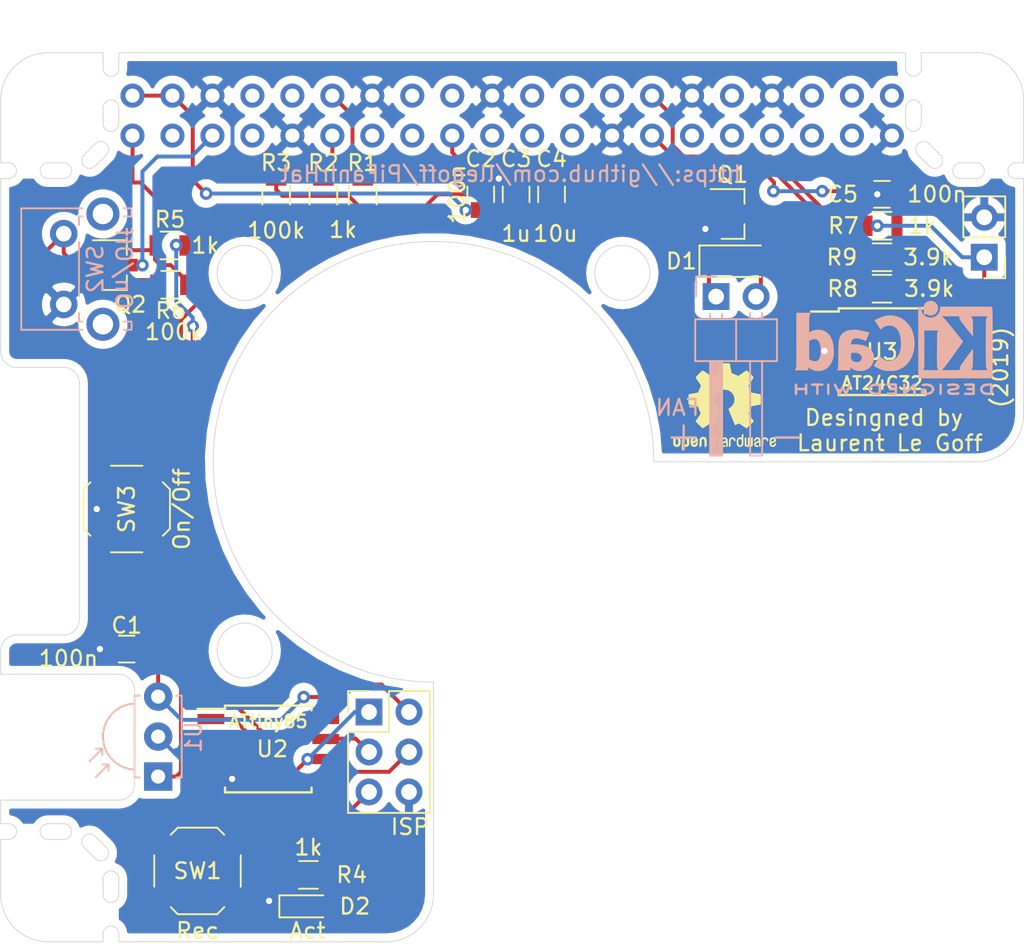
<source format=kicad_pcb>
(kicad_pcb (version 20171130) (host pcbnew "(5.1.2)-2")
  (layers (0 F.Cu signal) (31 B.Cu signal) (34 B.Paste user) (35 F.Paste user) (36 B.SilkS user) (37 F.SilkS user) (38 B.Mask user) (39 F.Mask user) (44 Edge.Cuts user))
  (net 0 "")
  (net 1 GND)
  (net 2 +3V3)
  (net 3 +5V)
  (net 4 "Net-(D1-Pad2)")
  (net 5 /GPIO18)
  (net 6 /GPIO17)
  (net 7 /RXD)
  (net 8 /TXD)
  (net 9 /GPIO4)
  (net 10 /SCL)
  (net 11 /SDA)
  (net 12 "Net-(Q1-Pad1)")
  (net 13 "Net-(Q2-Pad1)")
  (net 14 "Net-(U2-Pad3)")
  (net 15 "Net-(D2-Pad2)")
  (net 16 "Net-(J1-Pad13)")
  (net 17 "Net-(J1-Pad15)")
  (net 18 "Net-(J1-Pad16)")
  (net 19 "Net-(J1-Pad18)")
  (net 20 "Net-(J1-Pad19)")
  (net 21 "Net-(J1-Pad21)")
  (net 22 "Net-(J1-Pad22)")
  (net 23 "Net-(J1-Pad23)")
  (net 24 "Net-(J1-Pad24)")
  (net 25 "Net-(J1-Pad26)")
  (net 26 "Net-(J1-Pad29)")
  (net 27 "Net-(J1-Pad31)")
  (net 28 "Net-(J1-Pad32)")
  (net 29 "Net-(J1-Pad33)")
  (net 30 "Net-(J1-Pad35)")
  (net 31 "Net-(J1-Pad36)")
  (net 32 "Net-(J1-Pad37)")
  (net 33 "Net-(J1-Pad38)")
  (net 34 "Net-(J1-Pad40)")
  (net 35 /MISO)
  (net 36 /SCK)
  (net 37 /MOSI)
  (net 38 /RST)
  (net 39 /IR)
  (net 40 /IDSD)
  (net 41 /IDSC)
  (net 42 "Net-(JP1-Pad1)")
  (module Symbols:KiCad-Logo2_6mm_SilkScreen (layer B.Cu) (at 180.75 84.75 180)
    (fp_text reference REF*** hide)
    (fp_text value KiCad-Logo2_6mm_SilkScreen hide)
  )
  (module Symbols:OSHW-Logo2_7.3x6mm_SilkScreen (layer F.Cu) (at 170 88.5)
    (fp_text reference REF*** hide)
    (fp_text value OSHW-Logo2_7.3x6mm_SilkScreen hide)
  )
  (module Housings_SOIC:SOIJ-8_5.3x5.3mm_Pitch1.27mm (layer F.Cu) (at 180 85)
    (fp_text reference U3 (at 0 0 unlocked) (layer F.SilkS))
    (fp_text value AT24C32 (at 0 2 unlocked) (layer F.SilkS) (effects (font (size 0.8 0.8))))
    (pad 1 smd rect (at -3.65 -1.905) (size 1.7 0.65) (layers F.Cu F.Paste F.Mask) (net 1 GND))
    (pad 2 smd rect (at -3.65 -0.635) (size 1.7 0.65) (layers F.Cu F.Paste F.Mask) (net 1 GND))
    (pad 3 smd rect (at -3.65 0.635) (size 1.7 0.65) (layers F.Cu F.Paste F.Mask) (net 1 GND))
    (pad 4 smd rect (at -3.65 1.905) (size 1.7 0.65) (layers F.Cu F.Paste F.Mask) (net 1 GND))
    (pad 5 smd rect (at 3.65 1.905) (size 1.7 0.65) (layers F.Cu F.Paste F.Mask) (net 40 /IDSD))
    (pad 6 smd rect (at 3.65 0.635) (size 1.7 0.65) (layers F.Cu F.Paste F.Mask) (net 41 /IDSC))
    (pad 7 smd rect (at 3.65 -0.635) (size 1.7 0.65) (layers F.Cu F.Paste F.Mask) (net 42 "Net-(JP1-Pad1)"))
    (pad 8 smd rect (at 3.65 -1.905) (size 1.7 0.65) (layers F.Cu F.Paste F.Mask) (net 2 +3V3))
  )
  (module Resistors_SMD:R_0805 (layer F.Cu) (at 180 79)
    (fp_text reference R9 (at -2.55 0 unlocked) (layer F.SilkS))
    (fp_text value 3.9k (at 2.95 0 unlocked) (layer F.SilkS))
    (pad 1 smd rect (at -0.95 0) (size 0.7 1.3) (layers F.Cu F.Paste F.Mask) (net 41 /IDSC))
    (pad 2 smd rect (at 0.95 0) (size 0.7 1.3) (layers F.Cu F.Paste F.Mask) (net 2 +3V3))
  )
  (module Resistors_SMD:R_0805 (layer F.Cu) (at 180 81)
    (fp_text reference R8 (at -2.5 0 unlocked) (layer F.SilkS))
    (fp_text value 3.9k (at 3 0 unlocked) (layer F.SilkS))
    (pad 1 smd rect (at -0.95 0) (size 0.7 1.3) (layers F.Cu F.Paste F.Mask) (net 40 /IDSD))
    (pad 2 smd rect (at 0.95 0) (size 0.7 1.3) (layers F.Cu F.Paste F.Mask) (net 2 +3V3))
  )
  (module Resistors_SMD:R_0805 (layer F.Cu) (at 180 77)
    (fp_text reference R7 (at -2.45 0 unlocked) (layer F.SilkS))
    (fp_text value 1k (at 2.55 0 unlocked) (layer F.SilkS))
    (pad 1 smd rect (at -0.95 0) (size 0.7 1.3) (layers F.Cu F.Paste F.Mask) (net 42 "Net-(JP1-Pad1)"))
    (pad 2 smd rect (at 0.95 0) (size 0.7 1.3) (layers F.Cu F.Paste F.Mask) (net 2 +3V3))
  )
  (module Pin_Headers:Pin_Header_Straight_1x02_Pitch2.54mm (layer F.Cu) (at 186.5 79 180)
    (fp_text reference JP1 hide)
    (fp_text value Jumper_NO_Small hide)
    (pad 1 thru_hole rect (at 0 0 180) (size 1.7 1.7) (drill 1) (layers *.Cu *.Mask) (net 42 "Net-(JP1-Pad1)"))
    (pad 2 thru_hole oval (at 0 2.54 180) (size 1.7 1.7) (drill 1) (layers *.Cu *.Mask) (net 1 GND))
  )
  (module Capacitors_SMD:C_0805 (layer F.Cu) (at 180 75 180)
    (fp_text reference C5 (at 2.5 0 unlocked) (layer F.SilkS))
    (fp_text value 100n (at -3.5 0 unlocked) (layer F.SilkS))
    (pad 1 smd rect (at -1 0 180) (size 1 1.25) (layers F.Cu F.Paste F.Mask) (net 2 +3V3))
    (pad 2 smd rect (at 1 0 180) (size 1 1.25) (layers F.Cu F.Paste F.Mask) (net 1 GND))
  )
  (module Pin_Headers:Pin_Header_Straight_2x03_Pitch2.54mm (layer F.Cu) (at 147.4 107.9)
    (fp_text reference J3)
    (fp_text value ISP)
    (pad 1 thru_hole rect (at 0 0) (size 1.7 1.7) (drill 1) (layers *.Cu *.Mask) (net 35 /MISO))
    (pad 2 thru_hole oval (at 2.54 0) (size 1.7 1.7) (drill 1) (layers *.Cu *.Mask) (net 2 +3V3))
    (pad 3 thru_hole oval (at 0 2.54) (size 1.7 1.7) (drill 1) (layers *.Cu *.Mask) (net 36 /SCK))
    (pad 4 thru_hole oval (at 2.54 2.54) (size 1.7 1.7) (drill 1) (layers *.Cu *.Mask) (net 37 /MOSI))
    (pad 5 thru_hole oval (at 0 5.08) (size 1.7 1.7) (drill 1) (layers *.Cu *.Mask) (net 38 /RST))
    (pad 6 thru_hole oval (at 2.54 5.08) (size 1.7 1.7) (drill 1) (layers *.Cu *.Mask) (net 1 GND))
  )
  (module _LaurentPerso:RaspberryPiHAT (layer F.Cu) (at 156.5 70)
    (fp_text reference J1)
    (fp_text value "Raspberry Pi")
    (pad "" np_thru_hole circle (at -29 0) (size 2.75 2.75) (drill 2.75) (layers *.Cu *.Mask))
    (pad "" np_thru_hole circle (at 29 0) (size 2.75 2.75) (drill 2.75) (layers *.Cu *.Mask))
    (pad "" np_thru_hole circle (at -29 49) (size 2.75 2.75) (drill 2.75) (layers *.Cu *.Mask))
    (pad 1 thru_hole circle (at -24.13 1.27) (size 1.524 1.524) (drill 0.9) (layers *.Cu *.Mask) (net 2 +3V3))
    (pad 2 thru_hole circle (at -24.13 -1.27) (size 1.524 1.524) (drill 0.9) (layers *.Cu *.Mask) (net 3 +5V))
    (pad 3 thru_hole circle (at -21.59 1.27) (size 1.524 1.524) (drill 0.9) (layers *.Cu *.Mask) (net 11 /SDA))
    (pad 4 thru_hole circle (at -21.59 -1.27) (size 1.524 1.524) (drill 0.9) (layers *.Cu *.Mask) (net 3 +5V))
    (pad 5 thru_hole circle (at -19.05 1.27) (size 1.524 1.524) (drill 0.9) (layers *.Cu *.Mask) (net 10 /SCL))
    (pad 6 thru_hole circle (at -19.05 -1.27) (size 1.524 1.524) (drill 0.9) (layers *.Cu *.Mask) (net 1 GND))
    (pad 7 thru_hole circle (at -16.51 1.27) (size 1.524 1.524) (drill 0.9) (layers *.Cu *.Mask) (net 9 /GPIO4))
    (pad 8 thru_hole circle (at -16.51 -1.27) (size 1.524 1.524) (drill 0.9) (layers *.Cu *.Mask) (net 8 /TXD))
    (pad 9 thru_hole circle (at -13.97 1.27) (size 1.524 1.524) (drill 0.9) (layers *.Cu *.Mask) (net 1 GND))
    (pad 10 thru_hole circle (at -13.97 -1.27) (size 1.524 1.524) (drill 0.9) (layers *.Cu *.Mask) (net 7 /RXD))
    (pad 11 thru_hole circle (at -11.43 1.27) (size 1.524 1.524) (drill 0.9) (layers *.Cu *.Mask) (net 6 /GPIO17))
    (pad 12 thru_hole circle (at -11.43 -1.27) (size 1.524 1.524) (drill 0.9) (layers *.Cu *.Mask) (net 5 /GPIO18))
    (pad 13 thru_hole circle (at -8.89 1.27) (size 1.524 1.524) (drill 0.9) (layers *.Cu *.Mask) (net 16 "Net-(J1-Pad13)"))
    (pad 14 thru_hole circle (at -8.89 -1.27) (size 1.524 1.524) (drill 0.9) (layers *.Cu *.Mask) (net 1 GND))
    (pad 15 thru_hole circle (at -6.35 1.27) (size 1.524 1.524) (drill 0.9) (layers *.Cu *.Mask) (net 17 "Net-(J1-Pad15)"))
    (pad 16 thru_hole circle (at -6.35 -1.27) (size 1.524 1.524) (drill 0.9) (layers *.Cu *.Mask) (net 18 "Net-(J1-Pad16)"))
    (pad 17 thru_hole circle (at -3.81 1.27) (size 1.524 1.524) (drill 0.9) (layers *.Cu *.Mask) (net 2 +3V3))
    (pad 18 thru_hole circle (at -3.81 -1.27) (size 1.524 1.524) (drill 0.9) (layers *.Cu *.Mask) (net 19 "Net-(J1-Pad18)"))
    (pad 19 thru_hole circle (at -1.27 1.27) (size 1.524 1.524) (drill 0.9) (layers *.Cu *.Mask) (net 20 "Net-(J1-Pad19)"))
    (pad 20 thru_hole circle (at -1.27 -1.27) (size 1.524 1.524) (drill 0.9) (layers *.Cu *.Mask) (net 1 GND))
    (pad 21 thru_hole circle (at 1.27 1.27) (size 1.524 1.524) (drill 0.9) (layers *.Cu *.Mask) (net 21 "Net-(J1-Pad21)"))
    (pad 22 thru_hole circle (at 1.27 -1.27) (size 1.524 1.524) (drill 0.9) (layers *.Cu *.Mask) (net 22 "Net-(J1-Pad22)"))
    (pad 23 thru_hole circle (at 3.81 1.27) (size 1.524 1.524) (drill 0.9) (layers *.Cu *.Mask) (net 23 "Net-(J1-Pad23)"))
    (pad 24 thru_hole circle (at 3.81 -1.27) (size 1.524 1.524) (drill 0.9) (layers *.Cu *.Mask) (net 24 "Net-(J1-Pad24)"))
    (pad 25 thru_hole circle (at 6.35 1.27) (size 1.524 1.524) (drill 0.9) (layers *.Cu *.Mask) (net 1 GND))
    (pad 26 thru_hole circle (at 6.35 -1.27) (size 1.524 1.524) (drill 0.9) (layers *.Cu *.Mask) (net 25 "Net-(J1-Pad26)"))
    (pad 27 thru_hole circle (at 8.89 1.27) (size 1.524 1.524) (drill 0.9) (layers *.Cu *.Mask) (net 40 /IDSD))
    (pad 28 thru_hole circle (at 8.89 -1.27) (size 1.524 1.524) (drill 0.9) (layers *.Cu *.Mask) (net 41 /IDSC))
    (pad 29 thru_hole circle (at 11.43 1.27) (size 1.524 1.524) (drill 0.9) (layers *.Cu *.Mask) (net 26 "Net-(J1-Pad29)"))
    (pad 30 thru_hole circle (at 11.43 -1.27) (size 1.524 1.524) (drill 0.9) (layers *.Cu *.Mask) (net 1 GND))
    (pad 31 thru_hole circle (at 13.97 1.27) (size 1.524 1.524) (drill 0.9) (layers *.Cu *.Mask) (net 27 "Net-(J1-Pad31)"))
    (pad 32 thru_hole circle (at 13.97 -1.27) (size 1.524 1.524) (drill 0.9) (layers *.Cu *.Mask) (net 28 "Net-(J1-Pad32)"))
    (pad 33 thru_hole circle (at 16.51 1.27) (size 1.524 1.524) (drill 0.9) (layers *.Cu *.Mask) (net 29 "Net-(J1-Pad33)"))
    (pad 34 thru_hole circle (at 16.51 -1.27) (size 1.524 1.524) (drill 0.9) (layers *.Cu *.Mask) (net 1 GND))
    (pad 35 thru_hole circle (at 19.05 1.27) (size 1.524 1.524) (drill 0.9) (layers *.Cu *.Mask) (net 30 "Net-(J1-Pad35)"))
    (pad 36 thru_hole circle (at 19.05 -1.27) (size 1.524 1.524) (drill 0.9) (layers *.Cu *.Mask) (net 31 "Net-(J1-Pad36)"))
    (pad 37 thru_hole circle (at 21.59 1.27) (size 1.524 1.524) (drill 0.9) (layers *.Cu *.Mask) (net 32 "Net-(J1-Pad37)"))
    (pad 38 thru_hole circle (at 21.59 -1.27) (size 1.524 1.524) (drill 0.9) (layers *.Cu *.Mask) (net 33 "Net-(J1-Pad38)"))
    (pad 39 thru_hole circle (at 24.13 1.27) (size 1.524 1.524) (drill 0.9) (layers *.Cu *.Mask) (net 1 GND))
    (pad 40 thru_hole circle (at 24.13 -1.27) (size 1.524 1.524) (drill 0.9) (layers *.Cu *.Mask) (net 34 "Net-(J1-Pad40)"))
  )
  (module Capacitors_SMD:C_0805 (layer F.Cu) (at 132 103.9 180)
    (fp_text reference C1 (at 0 1.5 unlocked) (layer F.SilkS))
    (fp_text value 100n (at 3.7 -0.6 unlocked) (layer F.SilkS))
    (pad 1 smd rect (at -1 0 180) (size 1 1.25) (layers F.Cu F.Paste F.Mask) (net 2 +3V3))
    (pad 2 smd rect (at 1 0 180) (size 1 1.25) (layers F.Cu F.Paste F.Mask) (net 1 GND))
  )
  (module Capacitors_SMD:C_0805 (layer F.Cu) (at 154.5 75 90)
    (fp_text reference C2 (at 2.25 0 unlocked) (layer F.SilkS))
    (fp_text value 100n (at 0 -1.5 90 unlocked) (layer F.SilkS))
    (pad 2 smd rect (at 1 0 90) (size 1 1.25) (layers F.Cu F.Paste F.Mask) (net 1 GND))
    (pad 1 smd rect (at -1 0 90) (size 1 1.25) (layers F.Cu F.Paste F.Mask) (net 3 +5V))
  )
  (module Capacitors_SMD:C_0805 (layer F.Cu) (at 156.75 75 90)
    (fp_text reference C3 (at 2.25 0 unlocked) (layer F.SilkS))
    (fp_text value 1u (at -2.5 0 unlocked) (layer F.SilkS))
    (pad 1 smd rect (at -1 0 90) (size 1 1.25) (layers F.Cu F.Paste F.Mask) (net 3 +5V))
    (pad 2 smd rect (at 1 0 90) (size 1 1.25) (layers F.Cu F.Paste F.Mask) (net 1 GND))
  )
  (module Capacitors_SMD:C_0805 (layer F.Cu) (at 159 75 90)
    (fp_text reference C4 (at 2.25 0 unlocked) (layer F.SilkS))
    (fp_text value 10u (at -2.5 0.25 unlocked) (layer F.SilkS))
    (pad 2 smd rect (at 1 0 90) (size 1 1.25) (layers F.Cu F.Paste F.Mask) (net 1 GND))
    (pad 1 smd rect (at -1 0 90) (size 1 1.25) (layers F.Cu F.Paste F.Mask) (net 3 +5V))
  )
  (module Diodes_SMD:D_SOD-123 (layer F.Cu) (at 170.65 79.25)
    (fp_text reference D1 (at -3.4 0 unlocked) (layer F.SilkS))
    (fp_text value 1N4148)
    (pad 2 smd rect (at 1.65 0) (size 0.9 1.2) (layers F.Cu F.Paste F.Mask) (net 4 "Net-(D1-Pad2)"))
    (pad 1 smd rect (at -1.65 0) (size 0.9 1.2) (layers F.Cu F.Paste F.Mask) (net 3 +5V))
  )
  (module LEDs:LED_0805 (layer F.Cu) (at 143.5 120.25)
    (fp_text reference D2 (at 3 0) (layer F.SilkS))
    (fp_text value Act)
    (pad 1 smd rect (at -1.1 0 180) (size 1.2 1.2) (layers F.Cu F.Paste F.Mask) (net 1 GND))
    (pad 2 smd rect (at 1.1 0 180) (size 1.2 1.2) (layers F.Cu F.Paste F.Mask) (net 15 "Net-(D2-Pad2)"))
  )
  (module Pin_Headers:Pin_Header_Angled_1x02_Pitch2.54mm (layer B.Cu) (at 169.46 81.5 270)
    (fp_text reference J2 hide)
    (fp_text value Fan)
    (pad 2 thru_hole oval (at 0 -2.54 270) (size 1.7 1.7) (drill 1) (layers *.Cu *.Mask) (net 4 "Net-(D1-Pad2)"))
    (pad 1 thru_hole rect (at 0 0 270) (size 1.7 1.7) (drill 1) (layers *.Cu *.Mask) (net 3 +5V))
  )
  (module TO_SOT_Packages_SMD:SOT-23 (layer F.Cu) (at 170.5 76.25)
    (fp_text reference Q1 (at 0 -2.5 unlocked) (layer F.SilkS))
    (fp_text value BSS138 hide)
    (pad 3 smd rect (at 1 0) (size 0.9 0.8) (layers F.Cu F.Paste F.Mask) (net 4 "Net-(D1-Pad2)"))
    (pad 2 smd rect (at -1 0.95) (size 0.9 0.8) (layers F.Cu F.Paste F.Mask) (net 1 GND))
    (pad 1 smd rect (at -1 -0.95) (size 0.9 0.8) (layers F.Cu F.Paste F.Mask) (net 12 "Net-(Q1-Pad1)"))
  )
  (module TO_SOT_Packages_SMD:SOT-23 (layer F.Cu) (at 131.25 79.5)
    (fp_text reference Q2 (at 1 2.5 unlocked) (layer F.SilkS))
    (fp_text value BSS138 hide)
    (pad 1 smd rect (at -1 -0.95) (size 0.9 0.8) (layers F.Cu F.Paste F.Mask) (net 13 "Net-(Q2-Pad1)"))
    (pad 2 smd rect (at -1 0.95) (size 0.9 0.8) (layers F.Cu F.Paste F.Mask) (net 1 GND))
    (pad 3 smd rect (at 1 0) (size 0.9 0.8) (layers F.Cu F.Paste F.Mask) (net 10 /SCL))
  )
  (module Resistors_SMD:R_0805 (layer F.Cu) (at 147 75.05 90)
    (fp_text reference R1 (at 2.05 0 unlocked) (layer F.SilkS))
    (fp_text value 1k)
    (pad 2 smd rect (at 0.95 0 90) (size 0.7 1.3) (layers F.Cu F.Paste F.Mask) (net 5 /GPIO18))
    (pad 1 smd rect (at -0.95 0 90) (size 0.7 1.3) (layers F.Cu F.Paste F.Mask) (net 12 "Net-(Q1-Pad1)"))
  )
  (module Resistors_SMD:R_0805 (layer F.Cu) (at 141.5 75.05 90)
    (fp_text reference R3 (at 2.05 0 unlocked) (layer F.SilkS))
    (fp_text value 100k (at -2.25 0 unlocked) (layer F.SilkS))
    (pad 1 smd rect (at -0.95 0 90) (size 0.7 1.3) (layers F.Cu F.Paste F.Mask) (net 2 +3V3))
    (pad 2 smd rect (at 0.95 0 90) (size 0.7 1.3) (layers F.Cu F.Paste F.Mask) (net 12 "Net-(Q1-Pad1)"))
  )
  (module Resistors_SMD:R_0805 (layer F.Cu) (at 134.8 80.75 180)
    (fp_text reference R6 (at 0 -1.65 unlocked) (layer F.SilkS))
    (fp_text value 100k (at -0.2 -3 unlocked) (layer F.SilkS))
    (pad 2 smd rect (at 0.95 0 180) (size 0.7 1.3) (layers F.Cu F.Paste F.Mask) (net 1 GND))
    (pad 1 smd rect (at -0.95 0 180) (size 0.7 1.3) (layers F.Cu F.Paste F.Mask) (net 13 "Net-(Q2-Pad1)"))
  )
  (module Resistors_SMD:R_0805 (layer F.Cu) (at 143.55 118.25 180)
    (fp_text reference R4 (at -2.75 0 unlocked) (layer F.SilkS))
    (fp_text value 1k (at 0 1.75 unlocked) (layer F.SilkS))
    (pad 2 smd rect (at 0.95 0 180) (size 0.7 1.3) (layers F.Cu F.Paste F.Mask) (net 37 /MOSI))
    (pad 1 smd rect (at -0.95 0 180) (size 0.7 1.3) (layers F.Cu F.Paste F.Mask) (net 15 "Net-(D2-Pad2)"))
  )
  (module Resistors_SMD:R_0805 (layer F.Cu) (at 134.75 78.25)
    (fp_text reference R5 (at 0 -1.65 unlocked) (layer F.SilkS))
    (fp_text value 1k (at 2.25 0 unlocked) (layer F.SilkS))
    (pad 1 smd rect (at -0.95 0) (size 0.7 1.3) (layers F.Cu F.Paste F.Mask) (net 13 "Net-(Q2-Pad1)"))
    (pad 2 smd rect (at 0.95 0) (size 0.7 1.3) (layers F.Cu F.Paste F.Mask) (net 36 /SCK))
  )
  (module Buttons_Switches_THT:SW_Tactile_SPST_Angled_PTS645Vx31-2LFS (layer B.Cu) (at 128 77.5 270)
    (fp_text reference SW2 (at 2.25 -2 90 unlocked) (layer B.SilkS) (effects (justify mirror)))
    (fp_text value On/Off (at 2.2 -3.8 270 unlocked) (layer B.SilkS) (effects (justify mirror)))
    (pad "" thru_hole circle (at -1.25 -2.49 270) (size 2.1 2.1) (drill 1.3) (layers *.Cu *.Mask))
    (pad 1 thru_hole circle (at 0 0 270) (size 1.75 1.75) (drill 0.99) (layers *.Cu *.Mask) (net 10 /SCL))
    (pad 2 thru_hole circle (at 4.5 0 270) (size 1.75 1.75) (drill 0.99) (layers *.Cu *.Mask) (net 1 GND))
    (pad "" thru_hole circle (at 5.76 -2.49 270) (size 2.1 2.1) (drill 1.3) (layers *.Cu *.Mask))
  )
  (module Opto-Devices:IRReceiver_Vishay_MINICAST-3pin (layer B.Cu) (at 134 112 90)
    (fp_text reference U1 (at 2.5 2.25 90 unlocked) (layer B.SilkS) (effects (justify mirror)))
    (fp_text value TSOP581xx)
    (pad 3 thru_hole circle (at 5.08 0 90) (size 1.8 1.8) (drill 0.9) (layers *.Cu *.Mask) (net 2 +3V3))
    (pad 2 thru_hole circle (at 2.54 0 90) (size 1.8 1.8) (drill 0.9) (layers *.Cu *.Mask) (net 1 GND))
    (pad 1 thru_hole rect (at 0 0 90) (size 1.8 1.8) (drill 0.9) (layers *.Cu *.Mask) (net 39 /IR))
  )
  (module Housings_SOIC:SOIJ-8_5.3x5.3mm_Pitch1.27mm (layer F.Cu) (at 141 110.25)
    (fp_text reference U2 (at 0.25 0 unlocked) (layer F.SilkS))
    (fp_text value ATtiny85 (at 0 -1.75 unlocked) (layer F.SilkS) (effects (font (size 0.8 0.8))))
    (pad 8 smd rect (at 3.65 -1.905) (size 1.7 0.65) (layers F.Cu F.Paste F.Mask) (net 2 +3V3))
    (pad 7 smd rect (at 3.65 -0.635) (size 1.7 0.65) (layers F.Cu F.Paste F.Mask) (net 36 /SCK))
    (pad 6 smd rect (at 3.65 0.635) (size 1.7 0.65) (layers F.Cu F.Paste F.Mask) (net 35 /MISO))
    (pad 5 smd rect (at 3.65 1.905) (size 1.7 0.65) (layers F.Cu F.Paste F.Mask) (net 37 /MOSI))
    (pad 4 smd rect (at -3.65 1.905) (size 1.7 0.65) (layers F.Cu F.Paste F.Mask) (net 1 GND))
    (pad 3 smd rect (at -3.65 0.635) (size 1.7 0.65) (layers F.Cu F.Paste F.Mask) (net 14 "Net-(U2-Pad3)"))
    (pad 2 smd rect (at -3.65 -0.635) (size 1.7 0.65) (layers F.Cu F.Paste F.Mask) (net 39 /IR))
    (pad 1 smd rect (at -3.65 -1.905) (size 1.7 0.65) (layers F.Cu F.Paste F.Mask) (net 38 /RST))
  )
  (module Resistors_SMD:R_0805 (layer F.Cu) (at 144.5 75.05 270)
    (fp_text reference R2 (at -2.05 0 unlocked) (layer F.SilkS))
    (fp_text value 1k (at 2.2 -1.25 unlocked) (layer F.SilkS))
    (pad 2 smd rect (at 0.95 0 270) (size 0.7 1.3) (layers F.Cu F.Paste F.Mask) (net 39 /IR))
    (pad 1 smd rect (at -0.95 0 270) (size 0.7 1.3) (layers F.Cu F.Paste F.Mask) (net 6 /GPIO17))
  )
  (module Buttons_Switches_SMD:SW_SPST_TL3342 (layer F.Cu) (at 136.5 118)
    (fp_text reference SW1 (at 0 0 unlocked) (layer F.SilkS))
    (fp_text value Rec)
    (pad 2 smd rect (at 3.15 1.9) (size 1.7 1) (layers F.Cu F.Paste F.Mask) (net 1 GND))
    (pad 2 smd rect (at -3.15 1.9) (size 1.7 1) (layers F.Cu F.Paste F.Mask) (net 1 GND))
    (pad 1 smd rect (at 3.15 -1.9) (size 1.7 1) (layers F.Cu F.Paste F.Mask) (net 35 /MISO))
    (pad 1 smd rect (at -3.15 -1.9) (size 1.7 1) (layers F.Cu F.Paste F.Mask) (net 35 /MISO))
  )
  (module Buttons_Switches_SMD:SW_SPST_TL3342 (layer F.Cu) (at 132 95 270)
    (fp_text reference SW3 (at 0 0 90 unlocked) (layer F.SilkS))
    (fp_text value On/Off)
    (pad 1 smd rect (at -3.15 -1.9 270) (size 1.7 1) (layers F.Cu F.Paste F.Mask) (net 10 /SCL))
    (pad 1 smd rect (at 3.15 -1.9 270) (size 1.7 1) (layers F.Cu F.Paste F.Mask) (net 10 /SCL))
    (pad 2 smd rect (at -3.15 1.9 270) (size 1.7 1) (layers F.Cu F.Paste F.Mask) (net 1 GND))
    (pad 2 smd rect (at 3.15 1.9 270) (size 1.7 1) (layers F.Cu F.Paste F.Mask) (net 1 GND))
  )
  (gr_text https://github.com/llegoff/PiFanIrHat (at 156.4 73.7) (layer B.SilkS) (effects (font (size 1 1)) (justify mirror)))
  (gr_text "(2019)" (at 187.5 86 90) (layer F.SilkS) (effects (font (size 1 1))))
  (gr_text "Desingned by \nLaurent Le Goff" (at 180.5 90) (layer F.SilkS) (effects (font (size 1 1))))
  (gr_text FAN (at 167 88.55) (layer B.SilkS) (effects (font (size 1 1)) (justify mirror)))
  (gr_text ISP (at 150 115.2) (layer F.SilkS) (effects (font (size 1 1))))
  (gr_text On/Off (at 135.5 95 90) (layer F.SilkS) (effects (font (size 1 1))))
  (gr_text Act (at 143.5 121.8) (layer F.SilkS) (effects (font (size 1 1))))
  (gr_text Rec (at 136.5 121.8) (layer F.SilkS) (effects (font (size 1 1))))
  (gr_text - (at 174 90.3) (layer B.SilkS) (effects (font (size 2 2)) (justify mirror)))
  (gr_text + (at 167.4 90.3) (layer B.SilkS) (effects (font (size 2 2)) (justify mirror)))
  (gr_arc (start 131.5 106.5) (end 132.5 106.5) (angle -90) (layer Edge.Cuts) (width 0.05))
  (gr_arc (start 131.5 112.5) (end 131.5 113.5) (angle -90) (layer Edge.Cuts) (width 0.05))
  (gr_line (start 124 115) (end 124 113.5) (layer Edge.Cuts) (width 0.05))
  (gr_line (start 124 104) (end 124 105.5) (layer Edge.Cuts) (width 0.05))
  (gr_line (start 131.5 105.5) (end 124 105.5) (layer Edge.Cuts) (width 0.05))
  (gr_line (start 132.5 112.5) (end 132.5 106.5) (layer Edge.Cuts) (width 0.05))
  (gr_line (start 124 113.5) (end 131.5 113.5) (layer Edge.Cuts) (width 0.05))
  (gr_arc (start 183.353553 72.853553) (end 183 73.207107) (angle -180) (layer Edge.Cuts) (width 0.05))
  (gr_line (start 183 71.792893) (end 183.707106 72.499999) (layer Edge.Cuts) (width 0.05))
  (gr_arc (start 182.646447 72.146447) (end 183 71.792893) (angle -180) (layer Edge.Cuts) (width 0.05))
  (gr_line (start 183 73.207107) (end 182.292894 72.500001) (layer Edge.Cuts) (width 0.05))
  (gr_line (start 124 116) (end 124 119.5) (layer Edge.Cuts) (width 0.05))
  (gr_line (start 124 74) (end 124 85) (layer Edge.Cuts) (width 0.05))
  (gr_line (start 124 69) (end 124 73) (layer Edge.Cuts) (width 0.05))
  (gr_arc (start 151.5 92) (end 165.5 92) (angle -270) (layer Edge.Cuts) (width 0.05))
  (gr_line (start 151.5 119.5) (end 151.5 106) (layer Edge.Cuts) (width 0.05))
  (gr_line (start 131.5 122.5) (end 148.5 122.5) (layer Edge.Cuts) (width 0.05))
  (gr_arc (start 148.5 119.5) (end 148.5 122.5) (angle -90) (layer Edge.Cuts) (width 0.05))
  (gr_line (start 189 74) (end 189 89) (layer Edge.Cuts) (width 0.05))
  (gr_line (start 188.5 73) (end 189 73) (layer Edge.Cuts) (width 0.05))
  (gr_arc (start 188.5 73.5) (end 188.5 73) (angle -180) (layer Edge.Cuts) (width 0.05))
  (gr_arc (start 185 73.5) (end 185 73) (angle -180) (layer Edge.Cuts) (width 0.05))
  (gr_arc (start 186 73.5) (end 186 74) (angle -180) (layer Edge.Cuts) (width 0.05))
  (gr_line (start 186 74) (end 185 74) (layer Edge.Cuts) (width 0.05))
  (gr_line (start 185 73) (end 186 73) (layer Edge.Cuts) (width 0.05))
  (gr_line (start 165.5 92) (end 186 92) (layer Edge.Cuts) (width 0.05))
  (gr_circle (center 139.5 104) (end 139.5 105.75) (layer Edge.Cuts) (width 0.05))
  (gr_circle (center 139.5 80) (end 137.75 80) (layer Edge.Cuts) (width 0.05))
  (gr_circle (center 163.5 80) (end 163.5 78.25) (layer Edge.Cuts) (width 0.05))
  (gr_arc (start 129.646447 116.146447) (end 130 115.792893) (angle -180) (layer Edge.Cuts) (width 0.05))
  (gr_arc (start 130.353553 116.853553) (end 130 117.207107) (angle -180) (layer Edge.Cuts) (width 0.05))
  (gr_line (start 130 115.792893) (end 130.707106 116.499999) (layer Edge.Cuts) (width 0.05))
  (gr_line (start 130 117.207107) (end 129.292894 116.500001) (layer Edge.Cuts) (width 0.05))
  (gr_line (start 130.5 122.5) (end 127 122.5) (layer Edge.Cuts) (width 0.05))
  (gr_line (start 131.5 122) (end 131.5 122.5) (layer Edge.Cuts) (width 0.05))
  (gr_line (start 130.5 122) (end 130.5 122.5) (layer Edge.Cuts) (width 0.05))
  (gr_arc (start 131 122) (end 131.5 122) (angle -180) (layer Edge.Cuts) (width 0.05))
  (gr_line (start 124.5 116) (end 124 116) (layer Edge.Cuts) (width 0.05))
  (gr_line (start 124.5 115) (end 124 115) (layer Edge.Cuts) (width 0.05))
  (gr_arc (start 124.5 115.5) (end 124.5 116) (angle -180) (layer Edge.Cuts) (width 0.05))
  (gr_arc (start 127 115.5) (end 127 115) (angle -180) (layer Edge.Cuts) (width 0.05))
  (gr_arc (start 128 115.5) (end 128 116) (angle -180) (layer Edge.Cuts) (width 0.05))
  (gr_arc (start 131 119.5) (end 130.5 119.5) (angle -180) (layer Edge.Cuts) (width 0.05))
  (gr_arc (start 131 118.5) (end 131.5 118.5) (angle -180) (layer Edge.Cuts) (width 0.05))
  (gr_line (start 131.5 119.5) (end 131.5 118.5) (layer Edge.Cuts) (width 0.05))
  (gr_line (start 130.5 118.5) (end 130.5 119.5) (layer Edge.Cuts) (width 0.05))
  (gr_line (start 128 115) (end 127 115) (layer Edge.Cuts) (width 0.05))
  (gr_line (start 127 116) (end 128 116) (layer Edge.Cuts) (width 0.05))
  (gr_line (start 129.292893 72.5) (end 129.999999 71.792894) (layer Edge.Cuts) (width 0.05))
  (gr_line (start 130.000001 73.207106) (end 130.707107 72.5) (layer Edge.Cuts) (width 0.05))
  (gr_arc (start 130.353553 72.146447) (end 130.707107 72.5) (angle -180) (layer Edge.Cuts) (width 0.05))
  (gr_arc (start 129.646447 72.853553) (end 129.292893 72.5) (angle -180) (layer Edge.Cuts) (width 0.05))
  (gr_line (start 182.5 66) (end 186 66) (layer Edge.Cuts) (width 0.05))
  (gr_line (start 182.5 67) (end 182.5 66) (layer Edge.Cuts) (width 0.05))
  (gr_line (start 181.5 67) (end 181.5 66) (layer Edge.Cuts) (width 0.05))
  (gr_arc (start 182 67) (end 181.5 67) (angle -180) (layer Edge.Cuts) (width 0.05))
  (gr_arc (start 182 70.5) (end 181.5 70.5) (angle -180) (layer Edge.Cuts) (width 0.05))
  (gr_arc (start 182 69.5) (end 182.5 69.5) (angle -180) (layer Edge.Cuts) (width 0.05))
  (gr_line (start 181.5 69.5) (end 181.5 70.5) (layer Edge.Cuts) (width 0.05))
  (gr_line (start 182.5 69.5) (end 182.5 70.5) (layer Edge.Cuts) (width 0.05))
  (gr_line (start 189 74) (end 188.5 74) (layer Edge.Cuts) (width 0.05))
  (gr_line (start 127 74) (end 128 74) (layer Edge.Cuts) (width 0.05))
  (gr_line (start 128 73) (end 127 73) (layer Edge.Cuts) (width 0.05))
  (gr_arc (start 124.5 73.5) (end 124.5 74) (angle -180) (layer Edge.Cuts) (width 0.05))
  (gr_line (start 124.5 73) (end 124 73) (layer Edge.Cuts) (width 0.05))
  (gr_line (start 124.5 74) (end 124 74) (layer Edge.Cuts) (width 0.05))
  (gr_line (start 130.5 66) (end 127 66) (layer Edge.Cuts) (width 0.05))
  (gr_arc (start 127.000001 73.500001) (end 127 73) (angle -179.9998854) (layer Edge.Cuts) (width 0.05))
  (gr_line (start 130.5 67) (end 130.5 66) (layer Edge.Cuts) (width 0.05))
  (gr_line (start 131.5 67) (end 131.5 66) (layer Edge.Cuts) (width 0.05))
  (gr_arc (start 131 67) (end 130.5 67) (angle -180) (layer Edge.Cuts) (width 0.05))
  (gr_line (start 130.5 69.5) (end 130.5 70.5) (layer Edge.Cuts) (width 0.05))
  (gr_line (start 131.5 69.5) (end 131.5 70.5) (layer Edge.Cuts) (width 0.05))
  (gr_arc (start 131 70.5) (end 130.5 70.5) (angle -180) (layer Edge.Cuts) (width 0.05))
  (gr_arc (start 131 69.5) (end 131.5 69.5) (angle -180) (layer Edge.Cuts) (width 0.05))
  (gr_arc (start 128 73.5) (end 128 74) (angle -180) (layer Edge.Cuts) (width 0.05))
  (gr_line (start 128 103) (end 125 103) (layer Edge.Cuts) (width 0.05))
  (gr_line (start 129 87) (end 129 102) (layer Edge.Cuts) (width 0.05))
  (gr_line (start 125 86) (end 128 86) (layer Edge.Cuts) (width 0.05))
  (gr_arc (start 125 85) (end 124 85) (angle -90) (layer Edge.Cuts) (width 0.05))
  (gr_arc (start 128 87) (end 129 87) (angle -90) (layer Edge.Cuts) (width 0.05))
  (gr_arc (start 128 102) (end 128 103) (angle -90) (layer Edge.Cuts) (width 0.05))
  (gr_arc (start 125 104) (end 125 103) (angle -90) (layer Edge.Cuts) (width 0.05))
  (gr_arc (start 127 119.5) (end 124 119.5) (angle -90) (layer Edge.Cuts) (width 0.05))
  (gr_line (start 189 69) (end 189 73) (layer Edge.Cuts) (width 0.05))
  (gr_arc (start 186 89) (end 186 92) (angle -90) (layer Edge.Cuts) (width 0.05))
  (gr_arc (start 186 69) (end 189 69) (angle -90) (layer Edge.Cuts) (width 0.05))
  (gr_arc (start 127 69) (end 127 66) (angle -90) (layer Edge.Cuts) (width 0.05))
  (gr_line (start 131.5 66) (end 181.5 66) (layer Edge.Cuts) (width 0.05))
  (segment (start 129.55 80.45) (end 128 82) (width 0.25) (layer F.Cu) (net 1))
  (segment (start 130.25 80.45) (end 129.55 80.45) (width 0.25) (layer F.Cu) (net 1))
  (segment (start 133.55 80.45) (end 133.85 80.75) (width 0.25) (layer F.Cu) (net 1))
  (segment (start 159 74) (end 156.75 74) (width 0.25) (layer F.Cu) (net 1))
  (segment (start 142.05 119.9) (end 142.4 120.25) (width 0.25) (layer F.Cu) (net 1))
  (via (at 138.7 112.15) (size 0.8) (drill 0.4) (layers F.Cu B.Cu) (net 1))
  (segment (start 137.35 112.155) (end 138.695 112.155) (width 0.25) (layer F.Cu) (net 1))
  (segment (start 138.695 112.155) (end 138.7 112.15) (width 0.25) (layer F.Cu) (net 1))
  (via (at 141.05 119.9) (size 0.8) (drill 0.4) (layers F.Cu B.Cu) (net 1))
  (segment (start 141.05 119.9) (end 142.05 119.9) (width 0.25) (layer F.Cu) (net 1))
  (segment (start 139.65 119.9) (end 141.05 119.9) (width 0.25) (layer F.Cu) (net 1))
  (segment (start 130.25 80.45) (end 133.55 80.45) (width 0.25) (layer F.Cu) (net 1))
  (segment (start 135.225 73.75) (end 137.8 73.75) (width 0.25) (layer B.Cu) (net 1))
  (segment (start 137.8 73.75) (end 138.725 72.825) (width 0.25) (layer B.Cu) (net 1))
  (segment (start 138.725 70.005) (end 137.45 68.73) (width 0.25) (layer B.Cu) (net 1))
  (segment (start 138.725 72.825) (end 138.725 70.005) (width 0.25) (layer B.Cu) (net 1))
  (via (at 168.775 77.2) (size 0.8) (drill 0.4) (layers F.Cu B.Cu) (net 1))
  (segment (start 169.5 77.2) (end 168.775 77.2) (width 0.25) (layer F.Cu) (net 1))
  (via (at 155.65 74) (size 0.8) (drill 0.4) (layers F.Cu B.Cu) (net 1))
  (segment (start 155.65 74) (end 154.5 74) (width 0.25) (layer F.Cu) (net 1))
  (segment (start 156.75 74) (end 155.65 74) (width 0.25) (layer F.Cu) (net 1))
  (via (at 179.7 75) (size 0.8) (drill 0.4) (layers F.Cu B.Cu) (net 1))
  (segment (start 179 75) (end 179.7 75) (width 0.25) (layer F.Cu) (net 1))
  (segment (start 176.35 83.095) (end 176.35 84.365) (width 0.25) (layer F.Cu) (net 1))
  (segment (start 176.35 85.635) (end 176.35 86.905) (width 0.25) (layer F.Cu) (net 1))
  (via (at 176.35 84.95) (size 0.8) (drill 0.4) (layers F.Cu B.Cu) (net 1))
  (segment (start 176.35 84.95) (end 176.35 85.635) (width 0.25) (layer F.Cu) (net 1))
  (segment (start 176.35 84.365) (end 176.35 84.95) (width 0.25) (layer F.Cu) (net 1))
  (via (at 130.1 95) (size 0.8) (drill 0.4) (layers F.Cu B.Cu) (net 1))
  (segment (start 130.1 95) (end 130.1 98.15) (width 0.25) (layer F.Cu) (net 1))
  (segment (start 130.1 91.85) (end 130.1 95) (width 0.25) (layer F.Cu) (net 1))
  (segment (start 136.69 112.15) (end 138.7 112.15) (width 0.25) (layer B.Cu) (net 1))
  (segment (start 134 109.46) (end 136.69 112.15) (width 0.25) (layer B.Cu) (net 1))
  (via (at 130.3 103.9) (size 0.8) (drill 0.4) (layers F.Cu B.Cu) (net 1))
  (segment (start 131 103.9) (end 130.3 103.9) (width 0.25) (layer F.Cu) (net 1))
  (segment (start 140.6 76) (end 141.5 76) (width 0.25) (layer F.Cu) (net 2))
  (segment (start 134.625 76) (end 140.6 76) (width 0.25) (layer F.Cu) (net 2))
  (segment (start 148.19 106.15) (end 149.94 107.9) (width 0.25) (layer F.Cu) (net 2))
  (segment (start 146.27 106.15) (end 148.19 106.15) (width 0.25) (layer F.Cu) (net 2))
  (segment (start 128.76359 85.3) (end 132.1 88.63641) (width 0.25) (layer F.Cu) (net 2))
  (segment (start 127.196936 85.3) (end 128.76359 85.3) (width 0.25) (layer F.Cu) (net 2))
  (segment (start 128.35 75.65) (end 127.35 75.65) (width 0.25) (layer F.Cu) (net 2))
  (segment (start 127.35 75.65) (end 125.35 77.65) (width 0.25) (layer F.Cu) (net 2))
  (segment (start 125.35 77.65) (end 125.35 83.453064) (width 0.25) (layer F.Cu) (net 2))
  (segment (start 125.35 83.453064) (end 127.196936 85.3) (width 0.25) (layer F.Cu) (net 2))
  (via (at 143.25 106.95) (size 0.8) (drill 0.4) (layers F.Cu B.Cu) (net 2))
  (segment (start 143.25 106.95) (end 144 106.95) (width 0.25) (layer F.Cu) (net 2))
  (segment (start 145.47 106.95) (end 145.485 106.935) (width 0.25) (layer F.Cu) (net 2))
  (segment (start 144 106.95) (end 145.47 106.95) (width 0.25) (layer F.Cu) (net 2))
  (segment (start 144.65 107.77) (end 145.91 106.51) (width 0.25) (layer F.Cu) (net 2))
  (segment (start 144.65 108.345) (end 144.65 107.77) (width 0.25) (layer F.Cu) (net 2))
  (segment (start 145.485 106.935) (end 145.91 106.51) (width 0.25) (layer F.Cu) (net 2))
  (segment (start 145.91 106.51) (end 146.27 106.15) (width 0.25) (layer F.Cu) (net 2))
  (segment (start 181 76.95) (end 180.95 77) (width 0.25) (layer F.Cu) (net 2))
  (segment (start 181 75) (end 181 76.95) (width 0.25) (layer F.Cu) (net 2))
  (segment (start 180.95 77) (end 180.95 79) (width 0.25) (layer F.Cu) (net 2))
  (segment (start 180.95 79) (end 180.95 81) (width 0.25) (layer F.Cu) (net 2))
  (segment (start 183.65 82.52) (end 183.65 83.095) (width 0.25) (layer F.Cu) (net 2))
  (segment (start 182.13 81) (end 183.65 82.52) (width 0.25) (layer F.Cu) (net 2))
  (segment (start 180.95 81) (end 182.13 81) (width 0.25) (layer F.Cu) (net 2))
  (segment (start 152.69 72.34763) (end 153.24237 72.9) (width 0.25) (layer F.Cu) (net 2))
  (segment (start 152.69 71.27) (end 152.69 72.34763) (width 0.25) (layer F.Cu) (net 2))
  (segment (start 153.24237 72.9) (end 166.2 72.9) (width 0.25) (layer F.Cu) (net 2))
  (segment (start 166.2 72.9) (end 166.6 73.3) (width 0.25) (layer F.Cu) (net 2))
  (segment (start 166.6 73.3) (end 166.85001 73.55001) (width 0.25) (layer F.Cu) (net 2))
  (segment (start 166.85001 73.55001) (end 166.9 73.6) (width 0.25) (layer F.Cu) (net 2))
  (segment (start 166.9 73.6) (end 172.5 73.6) (width 0.25) (layer F.Cu) (net 2))
  (segment (start 172.5 73.6) (end 173.137347 74.237347) (width 0.25) (layer F.Cu) (net 2))
  (via (at 173.1 74.8) (size 0.8) (drill 0.4) (layers F.Cu B.Cu) (net 2))
  (segment (start 173.137347 74.237347) (end 173.137347 74.762653) (width 0.25) (layer F.Cu) (net 2))
  (segment (start 173.137347 74.762653) (end 173.1 74.8) (width 0.25) (layer F.Cu) (net 2))
  (via (at 176.2 74.8) (size 0.8) (drill 0.4) (layers F.Cu B.Cu) (net 2))
  (segment (start 173.1 74.8) (end 176.2 74.8) (width 0.25) (layer B.Cu) (net 2))
  (segment (start 181 74.125) (end 181 75) (width 0.25) (layer F.Cu) (net 2))
  (segment (start 180.675 73.8) (end 181 74.125) (width 0.25) (layer F.Cu) (net 2))
  (segment (start 178.2 73.8) (end 180.675 73.8) (width 0.25) (layer F.Cu) (net 2))
  (segment (start 177.2 74.8) (end 178.2 73.8) (width 0.25) (layer F.Cu) (net 2))
  (segment (start 176.2 74.8) (end 177.2 74.8) (width 0.25) (layer F.Cu) (net 2))
  (segment (start 134 106.92) (end 135.48 108.4) (width 0.25) (layer B.Cu) (net 2))
  (segment (start 141.8 108.4) (end 143.25 106.95) (width 0.25) (layer B.Cu) (net 2))
  (segment (start 135.48 108.4) (end 141.8 108.4) (width 0.25) (layer B.Cu) (net 2))
  (segment (start 132.875 74.25) (end 134.625 76) (width 0.25) (layer F.Cu) (net 2))
  (segment (start 129.75 74.25) (end 128.35 75.65) (width 0.25) (layer F.Cu) (net 2))
  (segment (start 132.37 74.23) (end 132.35 74.25) (width 0.25) (layer F.Cu) (net 2))
  (segment (start 132.37 71.27) (end 132.37 74.23) (width 0.25) (layer F.Cu) (net 2))
  (segment (start 129.75 74.25) (end 132.35 74.25) (width 0.25) (layer F.Cu) (net 2))
  (segment (start 132.35 74.25) (end 132.875 74.25) (width 0.25) (layer F.Cu) (net 2))
  (segment (start 133 102.6) (end 133 103.9) (width 0.25) (layer F.Cu) (net 2))
  (segment (start 132.1 101.7) (end 133 102.6) (width 0.25) (layer F.Cu) (net 2))
  (segment (start 132.1 88.63641) (end 132.1 101.7) (width 0.25) (layer F.Cu) (net 2))
  (segment (start 133 104.025) (end 133 103.9) (width 0.25) (layer F.Cu) (net 2))
  (segment (start 134 105.025) (end 133 104.025) (width 0.25) (layer F.Cu) (net 2))
  (segment (start 134 106.92) (end 134 105.025) (width 0.25) (layer F.Cu) (net 2))
  (segment (start 154.5 76) (end 156.75 76) (width 0.25) (layer F.Cu) (net 3))
  (segment (start 156.75 76) (end 159 76) (width 0.25) (layer F.Cu) (net 3))
  (segment (start 169 81.04) (end 169.46 81.5) (width 0.25) (layer F.Cu) (net 3))
  (segment (start 169 79.25) (end 169 81.04) (width 0.25) (layer F.Cu) (net 3))
  (segment (start 168.3 79.25) (end 169 79.25) (width 0.25) (layer F.Cu) (net 3))
  (segment (start 165.05 76) (end 168.3 79.25) (width 0.25) (layer F.Cu) (net 3))
  (segment (start 159 76) (end 165.05 76) (width 0.25) (layer F.Cu) (net 3))
  (segment (start 132.37 68.73) (end 134.91 68.73) (width 0.25) (layer F.Cu) (net 3))
  (segment (start 134.91 68.73) (end 136.2 70.02) (width 0.25) (layer F.Cu) (net 3))
  (via (at 137.05 74.95) (size 0.8) (drill 0.4) (layers F.Cu B.Cu) (net 3))
  (segment (start 136.2 70.02) (end 136.2 74.1) (width 0.25) (layer F.Cu) (net 3))
  (segment (start 136.2 74.1) (end 137.05 74.95) (width 0.25) (layer F.Cu) (net 3))
  (segment (start 137.05 74.95) (end 152.35 74.95) (width 0.25) (layer B.Cu) (net 3))
  (via (at 153.55 76) (size 0.8) (drill 0.4) (layers F.Cu B.Cu) (net 3))
  (segment (start 152.35 74.95) (end 152.5 74.95) (width 0.25) (layer B.Cu) (net 3))
  (segment (start 152.5 74.95) (end 153.55 76) (width 0.25) (layer B.Cu) (net 3))
  (segment (start 153.55 76) (end 154.5 76) (width 0.25) (layer F.Cu) (net 3))
  (segment (start 172.3 81.2) (end 172 81.5) (width 0.25) (layer F.Cu) (net 4))
  (segment (start 172.3 79.25) (end 172.3 81.2) (width 0.25) (layer F.Cu) (net 4))
  (segment (start 171.5 76.25) (end 171.5 77.05) (width 0.25) (layer F.Cu) (net 4))
  (segment (start 172.3 77.85) (end 172.3 79.25) (width 0.25) (layer F.Cu) (net 4))
  (segment (start 171.5 77.05) (end 172.3 77.85) (width 0.25) (layer F.Cu) (net 4))
  (segment (start 145.07 68.73) (end 146.35 70.01) (width 0.25) (layer F.Cu) (net 5))
  (segment (start 147 73.5) (end 147 74.1) (width 0.25) (layer F.Cu) (net 5))
  (segment (start 146.35 72.85) (end 147 73.5) (width 0.25) (layer F.Cu) (net 5))
  (segment (start 146.35 70.01) (end 146.35 72.85) (width 0.25) (layer F.Cu) (net 5))
  (segment (start 145.07 73.53) (end 144.5 74.1) (width 0.25) (layer F.Cu) (net 6))
  (segment (start 145.07 71.27) (end 145.07 73.53) (width 0.25) (layer F.Cu) (net 6))
  (segment (start 131.55 79.5) (end 132.25 79.5) (width 0.25) (layer F.Cu) (net 10))
  (segment (start 128.762564 79.5) (end 131.55 79.5) (width 0.25) (layer F.Cu) (net 10))
  (segment (start 128 78.737436) (end 128.762564 79.5) (width 0.25) (layer F.Cu) (net 10))
  (segment (start 128 77.5) (end 128 78.737436) (width 0.25) (layer F.Cu) (net 10))
  (via (at 133 79.5) (size 0.8) (drill 0.4) (layers F.Cu B.Cu) (net 10))
  (segment (start 132.25 79.5) (end 133 79.5) (width 0.25) (layer F.Cu) (net 10))
  (segment (start 133 79.5) (end 133 73.55) (width 0.25) (layer B.Cu) (net 10))
  (segment (start 133 73.55) (end 133.95 72.6) (width 0.25) (layer B.Cu) (net 10))
  (segment (start 136.12 72.6) (end 137.45 71.27) (width 0.25) (layer B.Cu) (net 10))
  (segment (start 133.95 72.6) (end 136.12 72.6) (width 0.25) (layer B.Cu) (net 10))
  (segment (start 128.35 84.25) (end 127.2 84.25) (width 0.25) (layer F.Cu) (net 10))
  (segment (start 127.2 84.25) (end 126.2 83.25) (width 0.25) (layer F.Cu) (net 10))
  (segment (start 126.2 79.3) (end 128 77.5) (width 0.25) (layer F.Cu) (net 10))
  (segment (start 126.2 83.25) (end 126.2 79.3) (width 0.25) (layer F.Cu) (net 10))
  (segment (start 133.9 92.95) (end 133.9 98.15) (width 0.25) (layer F.Cu) (net 10))
  (segment (start 133.9 91.85) (end 133.9 92.95) (width 0.25) (layer F.Cu) (net 10))
  (segment (start 133.9 90.1) (end 133.9 89.8) (width 0.25) (layer F.Cu) (net 10))
  (segment (start 133.9 91.85) (end 133.9 90.1) (width 0.25) (layer F.Cu) (net 10))
  (segment (start 129.1 84.25) (end 133.9 89.05) (width 0.25) (layer F.Cu) (net 10))
  (segment (start 127.2 84.25) (end 129.1 84.25) (width 0.25) (layer F.Cu) (net 10))
  (segment (start 133.9 90.1) (end 133.9 89.05) (width 0.25) (layer F.Cu) (net 10))
  (segment (start 146.1 75.1) (end 147 76) (width 0.25) (layer F.Cu) (net 12))
  (segment (start 141.9 75.1) (end 146.1 75.1) (width 0.25) (layer F.Cu) (net 12))
  (segment (start 141.5 74.1) (end 141.5 74.7) (width 0.25) (layer F.Cu) (net 12))
  (segment (start 141.5 74.7) (end 141.9 75.1) (width 0.25) (layer F.Cu) (net 12))
  (segment (start 147 76) (end 150.75 76) (width 0.25) (layer F.Cu) (net 12))
  (segment (start 150.75 76) (end 151.75 75) (width 0.25) (layer F.Cu) (net 12))
  (segment (start 168.8 75.3) (end 169.5 75.3) (width 0.25) (layer F.Cu) (net 12))
  (segment (start 168.5 75) (end 168.8 75.3) (width 0.25) (layer F.Cu) (net 12))
  (segment (start 151.75 75) (end 168.5 75) (width 0.25) (layer F.Cu) (net 12))
  (segment (start 133.5 78.55) (end 133.8 78.25) (width 0.25) (layer F.Cu) (net 13))
  (segment (start 130.25 78.55) (end 133.5 78.55) (width 0.25) (layer F.Cu) (net 13))
  (segment (start 133.8 79.15) (end 134.15 79.5) (width 0.25) (layer F.Cu) (net 13))
  (segment (start 133.8 78.25) (end 133.8 79.15) (width 0.25) (layer F.Cu) (net 13))
  (segment (start 135.75 80.45) (end 135.75 80.75) (width 0.25) (layer F.Cu) (net 13))
  (segment (start 134.8 79.5) (end 135.75 80.45) (width 0.25) (layer F.Cu) (net 13))
  (segment (start 134.15 79.5) (end 134.8 79.5) (width 0.25) (layer F.Cu) (net 13))
  (segment (start 144.6 118.35) (end 144.5 118.25) (width 0.25) (layer F.Cu) (net 15))
  (segment (start 144.6 120.25) (end 144.6 118.35) (width 0.25) (layer F.Cu) (net 15))
  (via (at 143.5 110.9) (size 0.8) (drill 0.4) (layers F.Cu B.Cu) (net 35))
  (segment (start 144.65 110.885) (end 143.515 110.885) (width 0.25) (layer F.Cu) (net 35))
  (segment (start 143.515 110.885) (end 143.5 110.9) (width 0.25) (layer F.Cu) (net 35))
  (segment (start 146.5 107.9) (end 147.4 107.9) (width 0.25) (layer B.Cu) (net 35))
  (segment (start 143.5 110.9) (end 146.5 107.9) (width 0.25) (layer B.Cu) (net 35))
  (segment (start 139.65 114.75) (end 143.5 110.9) (width 0.25) (layer F.Cu) (net 35))
  (segment (start 139.65 116.1) (end 139.65 114.75) (width 0.25) (layer F.Cu) (net 35))
  (segment (start 144.674999 109.590001) (end 144.65 109.615) (width 0.25) (layer F.Cu) (net 36))
  (segment (start 146.550001 109.590001) (end 144.674999 109.590001) (width 0.25) (layer F.Cu) (net 36))
  (segment (start 147.4 110.44) (end 146.550001 109.590001) (width 0.25) (layer F.Cu) (net 36))
  (segment (start 144.65 109.615) (end 141.065 109.615) (width 0.25) (layer F.Cu) (net 36))
  (segment (start 141.065 109.615) (end 136.2 104.75) (width 0.25) (layer F.Cu) (net 36))
  (via (at 135.15 78.225) (size 0.8) (drill 0.4) (layers F.Cu B.Cu) (net 36))
  (segment (start 135.7 78.25) (end 135.175 78.25) (width 0.25) (layer F.Cu) (net 36))
  (segment (start 135.175 78.25) (end 135.15 78.225) (width 0.25) (layer F.Cu) (net 36))
  (via (at 136.2 83.4) (size 0.8) (drill 0.4) (layers F.Cu B.Cu) (net 36))
  (segment (start 136.2 88.65) (end 136.2 83.4) (width 0.25) (layer F.Cu) (net 36))
  (segment (start 136.2 88.65) (end 136.2 87.675) (width 0.25) (layer F.Cu) (net 36))
  (segment (start 136.2 104.75) (end 136.2 88.65) (width 0.25) (layer F.Cu) (net 36))
  (segment (start 135.15 81.784315) (end 135.15 81.55) (width 0.25) (layer B.Cu) (net 36))
  (segment (start 136.2 82.834315) (end 135.15 81.784315) (width 0.25) (layer B.Cu) (net 36))
  (segment (start 136.2 83.4) (end 136.2 82.834315) (width 0.25) (layer B.Cu) (net 36))
  (segment (start 135.15 78.225) (end 135.15 81.55) (width 0.25) (layer B.Cu) (net 36))
  (segment (start 145.75 112.155) (end 146.205 111.7) (width 0.25) (layer F.Cu) (net 37))
  (segment (start 144.65 112.155) (end 145.75 112.155) (width 0.25) (layer F.Cu) (net 37))
  (segment (start 148.68 111.7) (end 149.94 110.44) (width 0.25) (layer F.Cu) (net 37))
  (segment (start 146.205 111.7) (end 148.68 111.7) (width 0.25) (layer F.Cu) (net 37))
  (segment (start 144.125 112.155) (end 144.65 112.155) (width 0.25) (layer F.Cu) (net 37))
  (segment (start 142.6 113.68) (end 144.125 112.155) (width 0.25) (layer F.Cu) (net 37))
  (segment (start 142.6 118.25) (end 142.6 113.68) (width 0.25) (layer F.Cu) (net 37))
  (segment (start 137.875 108.345) (end 137.35 108.345) (width 0.25) (layer F.Cu) (net 38))
  (segment (start 138.8 108.35) (end 137.88 108.35) (width 0.25) (layer F.Cu) (net 38))
  (segment (start 139.7 109.25) (end 138.8 108.35) (width 0.25) (layer F.Cu) (net 38))
  (segment (start 139.7 113.7) (end 139.7 109.25) (width 0.25) (layer F.Cu) (net 38))
  (segment (start 137.7 115.7) (end 139.7 113.7) (width 0.25) (layer F.Cu) (net 38))
  (segment (start 147.4 112.98) (end 143.5 116.88) (width 0.25) (layer F.Cu) (net 38))
  (segment (start 137.88 108.35) (end 137.875 108.345) (width 0.25) (layer F.Cu) (net 38))
  (segment (start 143.5 116.88) (end 143.5 120.935002) (width 0.25) (layer F.Cu) (net 38))
  (segment (start 143.5 120.935002) (end 142.885002 121.55) (width 0.25) (layer F.Cu) (net 38))
  (segment (start 142.885002 121.55) (end 138.25 121.55) (width 0.25) (layer F.Cu) (net 38))
  (segment (start 138.25 121.55) (end 137.7 121) (width 0.25) (layer F.Cu) (net 38))
  (segment (start 137.7 121) (end 137.7 115.7) (width 0.25) (layer F.Cu) (net 38))
  (segment (start 135.15 112) (end 135.45 111.7) (width 0.25) (layer F.Cu) (net 39))
  (segment (start 134 112) (end 135.15 112) (width 0.25) (layer F.Cu) (net 39))
  (segment (start 135.45 111.7) (end 135.45 110.6) (width 0.25) (layer F.Cu) (net 39))
  (segment (start 135.45 110.6) (end 136.35 109.7) (width 0.25) (layer F.Cu) (net 39))
  (segment (start 137.265 109.7) (end 137.35 109.615) (width 0.25) (layer F.Cu) (net 39))
  (segment (start 136.35 109.7) (end 137.265 109.7) (width 0.25) (layer F.Cu) (net 39))
  (segment (start 144.5 76.6) (end 144.125 76.975) (width 0.25) (layer F.Cu) (net 39))
  (segment (start 144.5 76) (end 144.5 76.6) (width 0.25) (layer F.Cu) (net 39))
  (segment (start 144.125 76.975) (end 137.45 76.975) (width 0.25) (layer F.Cu) (net 39))
  (segment (start 137.45 76.975) (end 136.7 77.725) (width 0.25) (layer F.Cu) (net 39))
  (segment (start 136.7 77.725) (end 136.7 81.725) (width 0.25) (layer F.Cu) (net 39))
  (segment (start 135.45 82.975) (end 135.45 87.5) (width 0.25) (layer F.Cu) (net 39))
  (segment (start 136.7 81.725) (end 135.45 82.975) (width 0.25) (layer F.Cu) (net 39))
  (segment (start 135.45 110.6) (end 135.45 87.5) (width 0.25) (layer F.Cu) (net 39))
  (segment (start 183.510933 86.905) (end 183.555627 86.840055) (width 0.25) (layer F.Cu) (net 40))
  (segment (start 183.159998 86.905) (end 183.510933 86.905) (width 0.25) (layer F.Cu) (net 40))
  (segment (start 179.05 81) (end 179.05 82.795002) (width 0.25) (layer F.Cu) (net 40))
  (segment (start 179.05 82.795002) (end 183.159998 86.905) (width 0.25) (layer F.Cu) (net 40))
  (segment (start 177.8 81) (end 179.05 81) (width 0.25) (layer F.Cu) (net 40))
  (segment (start 176.8 80) (end 177.8 81) (width 0.25) (layer F.Cu) (net 40))
  (segment (start 176.8 77.2) (end 176.8 80) (width 0.25) (layer F.Cu) (net 40))
  (segment (start 172.7 73.1) (end 176.8 77.2) (width 0.25) (layer F.Cu) (net 40))
  (segment (start 165.39 71.27) (end 167.22 73.1) (width 0.25) (layer F.Cu) (net 40))
  (segment (start 167.22 73.1) (end 172.7 73.1) (width 0.25) (layer F.Cu) (net 40))
  (segment (start 179.65 79) (end 180 79.35) (width 0.25) (layer F.Cu) (net 41))
  (segment (start 179.05 79) (end 179.65 79) (width 0.25) (layer F.Cu) (net 41))
  (segment (start 183.125 85.635) (end 183.65 85.635) (width 0.25) (layer F.Cu) (net 41))
  (segment (start 180 82.51) (end 183.125 85.635) (width 0.25) (layer F.Cu) (net 41))
  (segment (start 180 79.35) (end 180 82.51) (width 0.25) (layer F.Cu) (net 41))
  (segment (start 165.39 68.73) (end 166.7 70.04) (width 0.25) (layer F.Cu) (net 41))
  (segment (start 166.7 70.04) (end 166.7 71.9) (width 0.25) (layer F.Cu) (net 41))
  (segment (start 166.7 71.9) (end 167.4 72.6) (width 0.25) (layer F.Cu) (net 41))
  (segment (start 167.4 72.6) (end 172.9 72.6) (width 0.25) (layer F.Cu) (net 41))
  (segment (start 172.9 72.6) (end 177.3 77) (width 0.25) (layer F.Cu) (net 41))
  (segment (start 177.3 77) (end 177.3 78.2) (width 0.25) (layer F.Cu) (net 41))
  (segment (start 178.1 79) (end 179.05 79) (width 0.25) (layer F.Cu) (net 41))
  (segment (start 177.3 78.2) (end 178.1 79) (width 0.25) (layer F.Cu) (net 41))
  (segment (start 186.5 80.1) (end 186.5 79) (width 0.25) (layer F.Cu) (net 42))
  (segment (start 186.5 82.615) (end 186.5 80.1) (width 0.25) (layer F.Cu) (net 42))
  (segment (start 184.75 84.365) (end 186.5 82.615) (width 0.25) (layer F.Cu) (net 42))
  (segment (start 183.65 84.365) (end 184.75 84.365) (width 0.25) (layer F.Cu) (net 42))
  (via (at 179.7 77) (size 0.8) (drill 0.4) (layers F.Cu B.Cu) (net 42))
  (segment (start 179.05 77) (end 179.7 77) (width 0.25) (layer F.Cu) (net 42))
  (segment (start 179.7 77) (end 183.1 77) (width 0.25) (layer B.Cu) (net 42))
  (segment (start 185.1 79) (end 186.5 79) (width 0.25) (layer B.Cu) (net 42))
  (segment (start 183.1 77) (end 185.1 79) (width 0.25) (layer B.Cu) (net 42))
  (zone (net 1) (net_name GND) (layer B.Cu) (connect_pads (clearance 0.508)) (min_thickness 0.254) (fill yes (arc_segments 32) (thermal_gap 0.508) (thermal_bridge_width 0.508))
    (polygon (pts (xy 131.5 66) (xy 181.5 66) (xy 181.5 70.5) (xy 182.2 72.4) (xy 183.1 73.3) (xy 184.9 74) (xy 189 74) (xy 189 92) (xy 151.5 92) (xy 151.5 122.5) (xy 131.5 122.5) (xy 131.5 118.5) (xy 130.8 116.6) (xy 129.9 115.7) (xy 128 115) (xy 124 115) (xy 124 74) (xy 128 74) (xy 129.9 73.3) (xy 130.7 72.5) (xy 131.5 70.6)))
  )
)
</source>
